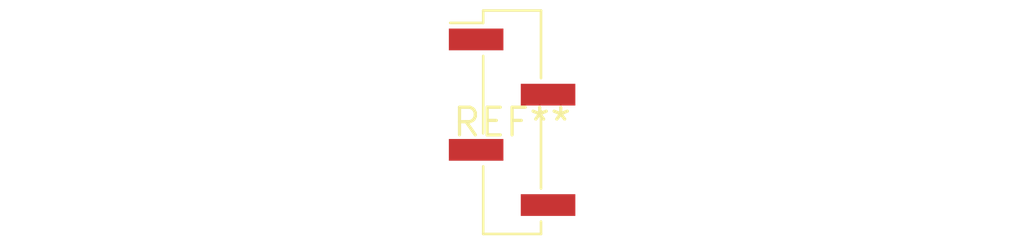
<source format=kicad_pcb>
(kicad_pcb (version 20240108) (generator pcbnew)
  (layers (0 "F.Cu" signal) (31 "B.Cu" signal) (34 "B.Paste" user) (35 "F.Paste" user) (36 "B.SilkS" user "B.Silkscreen") (37 "F.SilkS" user "F.Silkscreen") (38 "B.Mask" user) (39 "F.Mask" user) (44 "Edge.Cuts" user))
  (net 0 "")
  (footprint "PinHeader_1x04_P2.54mm_Vertical_SMD_Pin1Left" (layer "F.Cu") (at 0 0)
    (property "Reference" "REF**")
    (property "Value" "PinHeader_1x04_P2.54mm_Vertical_SMD_Pin1Left")
    (fp_line (start -1.33 -5.14) (end -1.33 -4.57) (layer "F.SilkS") (stroke (width 0.12)))
    (fp_line (start -1.33 -5.14) (end 1.33 -5.14) (layer "F.SilkS") (stroke (width 0.12)))
    (fp_line (start -1.33 -4.57) (end -2.85 -4.57) (layer "F.SilkS") (stroke (width 0.12)))
    (fp_line (start -1.33 -3.05) (end -1.33 0.51) (layer "F.SilkS") (stroke (width 0.12)))
    (fp_line (start -1.33 2.03) (end -1.33 5.14) (layer "F.SilkS") (stroke (width 0.12)))
    (fp_line (start -1.33 5.14) (end 1.33 5.14) (layer "F.SilkS") (stroke (width 0.12)))
    (fp_line (start 1.33 -5.14) (end 1.33 -2.03) (layer "F.SilkS") (stroke (width 0.12)))
    (fp_line (start 1.33 -0.51) (end 1.33 3.05) (layer "F.SilkS") (stroke (width 0.12)))
    (fp_line (start 1.33 4.57) (end 1.33 5.14) (layer "F.SilkS") (stroke (width 0.12)))
    (pad "1" smd rect (at -1.655 -3.81) (size 2.51 1) (layers "F.Cu" "F.Paste" "F.Mask"))
    (pad "2" smd rect (at 1.655 -1.27) (size 2.51 1) (layers "F.Cu" "F.Paste" "F.Mask"))
    (pad "3" smd rect (at -1.655 1.27) (size 2.51 1) (layers "F.Cu" "F.Paste" "F.Mask"))
    (pad "4" smd rect (at 1.655 3.81) (size 2.51 1) (layers "F.Cu" "F.Paste" "F.Mask"))
  )
)
</source>
